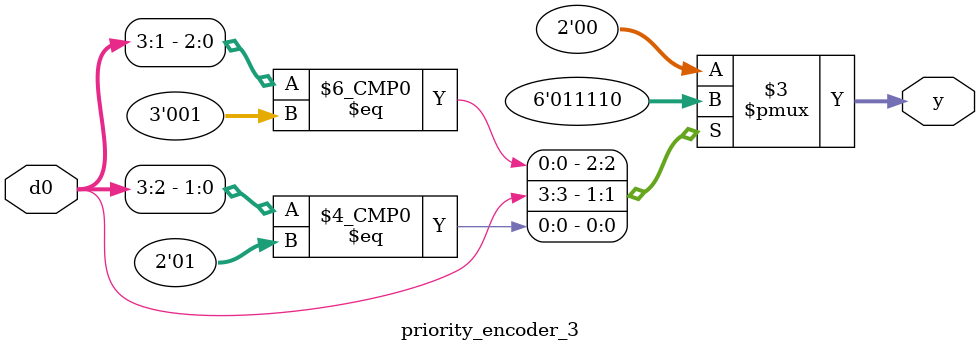
<source format=v>
module priority_encoder_3 (input [3:0]d0,output reg [1:0]y);
always@(*)
begin
	casez(d0)
		4'b0001 : y=2'b00;
		4'b001? : y=2'b01;
		4'b1??? : y=2'b11;
		4'b01?? : y=2'b10;
		default : y=2'b00;
	endcase
end
endmodule


</source>
